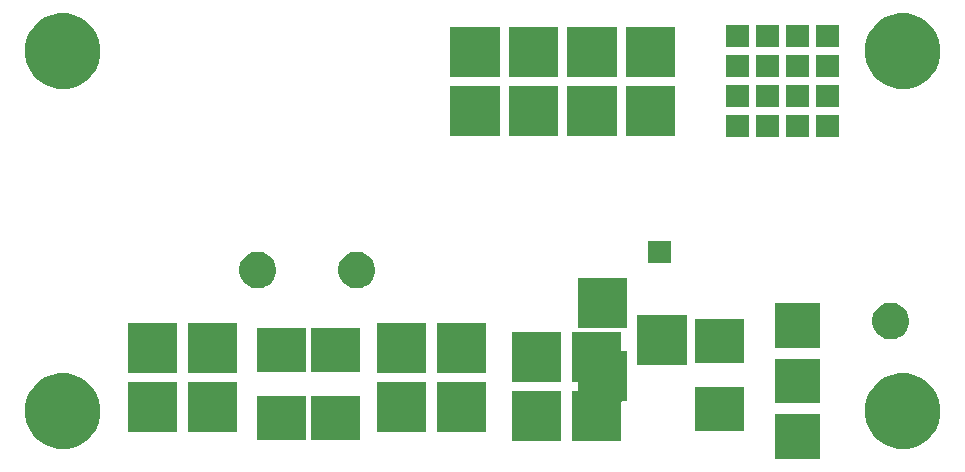
<source format=gbr>
G04 #@! TF.GenerationSoftware,KiCad,Pcbnew,(2017-02-05 revision 431abcf)-makepkg*
G04 #@! TF.CreationDate,2017-03-30T09:03:18+02:00*
G04 #@! TF.ProjectId,UNIPOWER05A,554E49504F5745523035412E6B696361,rev?*
G04 #@! TF.FileFunction,Soldermask,Top*
G04 #@! TF.FilePolarity,Negative*
%FSLAX46Y46*%
G04 Gerber Fmt 4.6, Leading zero omitted, Abs format (unit mm)*
G04 Created by KiCad (PCBNEW (2017-02-05 revision 431abcf)-makepkg) date 03/30/17 09:03:18*
%MOMM*%
%LPD*%
G01*
G04 APERTURE LIST*
%ADD10C,0.300000*%
G04 APERTURE END LIST*
D10*
G36*
X69210000Y1020000D02*
X65410000Y1020000D01*
X65410000Y4820000D01*
X69210000Y4820000D01*
X69210000Y1020000D01*
X69210000Y1020000D01*
G37*
G36*
X5416110Y8277872D02*
X6030848Y8151685D01*
X6609363Y7908500D01*
X7129631Y7557574D01*
X7571824Y7112283D01*
X7919105Y6589582D01*
X8158249Y6009378D01*
X8280004Y5394466D01*
X8280004Y5394449D01*
X8280137Y5393776D01*
X8270128Y4676993D01*
X8269977Y4676330D01*
X8269977Y4676306D01*
X8131099Y4065032D01*
X7875851Y3491739D01*
X7514107Y2978933D01*
X7059653Y2546162D01*
X6529787Y2209900D01*
X5944712Y1982964D01*
X5326688Y1873989D01*
X4699273Y1887132D01*
X4086359Y2021890D01*
X3511293Y2273129D01*
X2995980Y2631282D01*
X2560044Y3082706D01*
X2220093Y3610208D01*
X1989075Y4193693D01*
X1875790Y4810936D01*
X1884551Y5438424D01*
X2015027Y6052266D01*
X2262248Y6629075D01*
X2616795Y7146877D01*
X3065163Y7585952D01*
X3590276Y7929576D01*
X4172132Y8164661D01*
X4788571Y8282254D01*
X5416110Y8277872D01*
X5416110Y8277872D01*
G37*
G36*
X76536110Y8277872D02*
X77150848Y8151685D01*
X77729363Y7908500D01*
X78249631Y7557574D01*
X78691824Y7112283D01*
X79039105Y6589582D01*
X79278249Y6009378D01*
X79400004Y5394466D01*
X79400004Y5394449D01*
X79400137Y5393776D01*
X79390128Y4676993D01*
X79389977Y4676330D01*
X79389977Y4676306D01*
X79251099Y4065032D01*
X78995851Y3491739D01*
X78634107Y2978933D01*
X78179653Y2546162D01*
X77649787Y2209900D01*
X77064712Y1982964D01*
X76446688Y1873989D01*
X75819273Y1887132D01*
X75206359Y2021890D01*
X74631293Y2273129D01*
X74115980Y2631282D01*
X73680044Y3082706D01*
X73340093Y3610208D01*
X73109075Y4193693D01*
X72995790Y4810936D01*
X73004551Y5438424D01*
X73135027Y6052266D01*
X73382248Y6629075D01*
X73736795Y7146877D01*
X74185163Y7585952D01*
X74710276Y7929576D01*
X75292132Y8164661D01*
X75908571Y8282254D01*
X76536110Y8277872D01*
X76536110Y8277872D01*
G37*
G36*
X47317000Y2547000D02*
X43107000Y2547000D01*
X43107000Y6757000D01*
X47317000Y6757000D01*
X47317000Y2547000D01*
X47317000Y2547000D01*
G37*
G36*
X52397000Y10229000D02*
X52398921Y10209491D01*
X52404612Y10190732D01*
X52413853Y10173443D01*
X52426289Y10158289D01*
X52441443Y10145853D01*
X52458732Y10136612D01*
X52477491Y10130921D01*
X52497000Y10129000D01*
X52905000Y10129000D01*
X52905000Y5919000D01*
X52497000Y5919000D01*
X52477491Y5917079D01*
X52458732Y5911388D01*
X52441443Y5902147D01*
X52426289Y5889711D01*
X52413853Y5874557D01*
X52404612Y5857268D01*
X52398921Y5838509D01*
X52397000Y5819000D01*
X52397000Y2547000D01*
X48187000Y2547000D01*
X48187000Y6757000D01*
X48595000Y6757000D01*
X48614509Y6758921D01*
X48633268Y6764612D01*
X48650557Y6773853D01*
X48665711Y6786289D01*
X48678147Y6801443D01*
X48687388Y6818732D01*
X48693079Y6837491D01*
X48695000Y6857000D01*
X48695000Y7447000D01*
X48693079Y7466509D01*
X48687388Y7485268D01*
X48678147Y7502557D01*
X48665711Y7517711D01*
X48650557Y7530147D01*
X48633268Y7539388D01*
X48614509Y7545079D01*
X48595000Y7547000D01*
X48187000Y7547000D01*
X48187000Y11757000D01*
X52397000Y11757000D01*
X52397000Y10229000D01*
X52397000Y10229000D01*
G37*
G36*
X30299000Y2591000D02*
X26089000Y2591000D01*
X26089000Y6321000D01*
X30299000Y6321000D01*
X30299000Y2591000D01*
X30299000Y2591000D01*
G37*
G36*
X25727000Y2591000D02*
X21517000Y2591000D01*
X21517000Y6321000D01*
X25727000Y6321000D01*
X25727000Y2591000D01*
X25727000Y2591000D01*
G37*
G36*
X14805000Y3309000D02*
X10595000Y3309000D01*
X10595000Y7519000D01*
X14805000Y7519000D01*
X14805000Y3309000D01*
X14805000Y3309000D01*
G37*
G36*
X19885000Y3309000D02*
X15675000Y3309000D01*
X15675000Y7519000D01*
X19885000Y7519000D01*
X19885000Y3309000D01*
X19885000Y3309000D01*
G37*
G36*
X35887000Y3309000D02*
X31677000Y3309000D01*
X31677000Y7519000D01*
X35887000Y7519000D01*
X35887000Y3309000D01*
X35887000Y3309000D01*
G37*
G36*
X40967000Y3309000D02*
X36757000Y3309000D01*
X36757000Y7519000D01*
X40967000Y7519000D01*
X40967000Y3309000D01*
X40967000Y3309000D01*
G37*
G36*
X62811000Y3353000D02*
X58601000Y3353000D01*
X58601000Y7083000D01*
X62811000Y7083000D01*
X62811000Y3353000D01*
X62811000Y3353000D01*
G37*
G36*
X69210000Y5720000D02*
X65410000Y5720000D01*
X65410000Y9520000D01*
X69210000Y9520000D01*
X69210000Y5720000D01*
X69210000Y5720000D01*
G37*
G36*
X47317000Y7547000D02*
X43107000Y7547000D01*
X43107000Y11757000D01*
X47317000Y11757000D01*
X47317000Y7547000D01*
X47317000Y7547000D01*
G37*
G36*
X35887000Y8309000D02*
X31677000Y8309000D01*
X31677000Y12519000D01*
X35887000Y12519000D01*
X35887000Y8309000D01*
X35887000Y8309000D01*
G37*
G36*
X19885000Y8309000D02*
X15675000Y8309000D01*
X15675000Y12519000D01*
X19885000Y12519000D01*
X19885000Y8309000D01*
X19885000Y8309000D01*
G37*
G36*
X14805000Y8309000D02*
X10595000Y8309000D01*
X10595000Y12519000D01*
X14805000Y12519000D01*
X14805000Y8309000D01*
X14805000Y8309000D01*
G37*
G36*
X40967000Y8309000D02*
X36757000Y8309000D01*
X36757000Y12519000D01*
X40967000Y12519000D01*
X40967000Y8309000D01*
X40967000Y8309000D01*
G37*
G36*
X30299000Y8411000D02*
X26089000Y8411000D01*
X26089000Y12141000D01*
X30299000Y12141000D01*
X30299000Y8411000D01*
X30299000Y8411000D01*
G37*
G36*
X25727000Y8411000D02*
X21517000Y8411000D01*
X21517000Y12141000D01*
X25727000Y12141000D01*
X25727000Y8411000D01*
X25727000Y8411000D01*
G37*
G36*
X57905000Y9019000D02*
X53695000Y9019000D01*
X53695000Y13229000D01*
X57905000Y13229000D01*
X57905000Y9019000D01*
X57905000Y9019000D01*
G37*
G36*
X62811000Y9173000D02*
X58601000Y9173000D01*
X58601000Y12903000D01*
X62811000Y12903000D01*
X62811000Y9173000D01*
X62811000Y9173000D01*
G37*
G36*
X69210000Y10420000D02*
X65410000Y10420000D01*
X65410000Y14220000D01*
X69210000Y14220000D01*
X69210000Y10420000D01*
X69210000Y10420000D01*
G37*
G36*
X75346804Y14248971D02*
X75644569Y14187849D01*
X75924786Y14070057D01*
X76176793Y13900077D01*
X76390980Y13684389D01*
X76559193Y13431206D01*
X76675030Y13150165D01*
X76733934Y12852678D01*
X76733934Y12852658D01*
X76734067Y12851985D01*
X76729219Y12504793D01*
X76729067Y12504125D01*
X76729067Y12504107D01*
X76661878Y12208375D01*
X76538241Y11930680D01*
X76363025Y11682296D01*
X76142897Y11472671D01*
X75886240Y11309792D01*
X75602848Y11199871D01*
X75303489Y11147085D01*
X74999585Y11153452D01*
X74702704Y11218726D01*
X74424159Y11340418D01*
X74174550Y11513902D01*
X73963395Y11732559D01*
X73798731Y11988068D01*
X73686829Y12270697D01*
X73631958Y12569671D01*
X73636202Y12873611D01*
X73699402Y13170946D01*
X73819147Y13450332D01*
X73990884Y13701146D01*
X74208059Y13913820D01*
X74462417Y14080267D01*
X74744249Y14194135D01*
X75042839Y14251094D01*
X75346804Y14248971D01*
X75346804Y14248971D01*
G37*
G36*
X52905000Y12119000D02*
X48695000Y12119000D01*
X48695000Y16329000D01*
X52905000Y16329000D01*
X52905000Y12119000D01*
X52905000Y12119000D01*
G37*
G36*
X30134804Y18566971D02*
X30432569Y18505849D01*
X30712786Y18388057D01*
X30964793Y18218077D01*
X31178980Y18002389D01*
X31347193Y17749206D01*
X31463030Y17468165D01*
X31521934Y17170678D01*
X31521934Y17170658D01*
X31522067Y17169985D01*
X31517219Y16822793D01*
X31517067Y16822125D01*
X31517067Y16822107D01*
X31449878Y16526375D01*
X31326241Y16248680D01*
X31151025Y16000296D01*
X30930897Y15790671D01*
X30674240Y15627792D01*
X30390848Y15517871D01*
X30091489Y15465085D01*
X29787585Y15471452D01*
X29490704Y15536726D01*
X29212159Y15658418D01*
X28962550Y15831902D01*
X28751395Y16050559D01*
X28586731Y16306068D01*
X28474829Y16588697D01*
X28419958Y16887671D01*
X28424202Y17191611D01*
X28487402Y17488946D01*
X28607147Y17768332D01*
X28778884Y18019146D01*
X28996059Y18231820D01*
X29250417Y18398267D01*
X29532249Y18512135D01*
X29830839Y18569094D01*
X30134804Y18566971D01*
X30134804Y18566971D01*
G37*
G36*
X21752804Y18566971D02*
X22050569Y18505849D01*
X22330786Y18388057D01*
X22582793Y18218077D01*
X22796980Y18002389D01*
X22965193Y17749206D01*
X23081030Y17468165D01*
X23139934Y17170678D01*
X23139934Y17170658D01*
X23140067Y17169985D01*
X23135219Y16822793D01*
X23135067Y16822125D01*
X23135067Y16822107D01*
X23067878Y16526375D01*
X22944241Y16248680D01*
X22769025Y16000296D01*
X22548897Y15790671D01*
X22292240Y15627792D01*
X22008848Y15517871D01*
X21709489Y15465085D01*
X21405585Y15471452D01*
X21108704Y15536726D01*
X20830159Y15658418D01*
X20580550Y15831902D01*
X20369395Y16050559D01*
X20204731Y16306068D01*
X20092829Y16588697D01*
X20037958Y16887671D01*
X20042202Y17191611D01*
X20105402Y17488946D01*
X20225147Y17768332D01*
X20396884Y18019146D01*
X20614059Y18231820D01*
X20868417Y18398267D01*
X21150249Y18512135D01*
X21448839Y18569094D01*
X21752804Y18566971D01*
X21752804Y18566971D01*
G37*
G36*
X56588000Y17580000D02*
X54664000Y17580000D01*
X54664000Y19504000D01*
X56588000Y19504000D01*
X56588000Y17580000D01*
X56588000Y17580000D01*
G37*
G36*
X70812000Y28248000D02*
X68888000Y28248000D01*
X68888000Y30172000D01*
X70812000Y30172000D01*
X70812000Y28248000D01*
X70812000Y28248000D01*
G37*
G36*
X65732000Y28248000D02*
X63808000Y28248000D01*
X63808000Y30172000D01*
X65732000Y30172000D01*
X65732000Y28248000D01*
X65732000Y28248000D01*
G37*
G36*
X63192000Y28248000D02*
X61268000Y28248000D01*
X61268000Y30172000D01*
X63192000Y30172000D01*
X63192000Y28248000D01*
X63192000Y28248000D01*
G37*
G36*
X68272000Y28248000D02*
X66348000Y28248000D01*
X66348000Y30172000D01*
X68272000Y30172000D01*
X68272000Y28248000D01*
X68272000Y28248000D01*
G37*
G36*
X56969000Y28375000D02*
X52759000Y28375000D01*
X52759000Y32585000D01*
X56969000Y32585000D01*
X56969000Y28375000D01*
X56969000Y28375000D01*
G37*
G36*
X42110000Y28375000D02*
X37900000Y28375000D01*
X37900000Y32585000D01*
X42110000Y32585000D01*
X42110000Y28375000D01*
X42110000Y28375000D01*
G37*
G36*
X52016000Y28375000D02*
X47806000Y28375000D01*
X47806000Y32585000D01*
X52016000Y32585000D01*
X52016000Y28375000D01*
X52016000Y28375000D01*
G37*
G36*
X47063000Y28375000D02*
X42853000Y28375000D01*
X42853000Y32585000D01*
X47063000Y32585000D01*
X47063000Y28375000D01*
X47063000Y28375000D01*
G37*
G36*
X68272000Y30788000D02*
X66348000Y30788000D01*
X66348000Y32712000D01*
X68272000Y32712000D01*
X68272000Y30788000D01*
X68272000Y30788000D01*
G37*
G36*
X70812000Y30788000D02*
X68888000Y30788000D01*
X68888000Y32712000D01*
X70812000Y32712000D01*
X70812000Y30788000D01*
X70812000Y30788000D01*
G37*
G36*
X63192000Y30788000D02*
X61268000Y30788000D01*
X61268000Y32712000D01*
X63192000Y32712000D01*
X63192000Y30788000D01*
X63192000Y30788000D01*
G37*
G36*
X65732000Y30788000D02*
X63808000Y30788000D01*
X63808000Y32712000D01*
X65732000Y32712000D01*
X65732000Y30788000D01*
X65732000Y30788000D01*
G37*
G36*
X76536110Y38757872D02*
X77150848Y38631685D01*
X77729363Y38388500D01*
X78249631Y38037574D01*
X78691824Y37592283D01*
X79039105Y37069582D01*
X79278249Y36489378D01*
X79400004Y35874466D01*
X79400004Y35874449D01*
X79400137Y35873776D01*
X79390128Y35156993D01*
X79389977Y35156330D01*
X79389977Y35156306D01*
X79251099Y34545032D01*
X78995851Y33971739D01*
X78634107Y33458933D01*
X78179653Y33026162D01*
X77649787Y32689900D01*
X77064712Y32462964D01*
X76446688Y32353989D01*
X75819273Y32367132D01*
X75206359Y32501890D01*
X74631293Y32753129D01*
X74115980Y33111282D01*
X73680044Y33562706D01*
X73340093Y34090208D01*
X73109075Y34673693D01*
X72995790Y35290936D01*
X73004551Y35918424D01*
X73135027Y36532266D01*
X73382248Y37109075D01*
X73736795Y37626877D01*
X74185163Y38065952D01*
X74710276Y38409576D01*
X75292132Y38644661D01*
X75908571Y38762254D01*
X76536110Y38757872D01*
X76536110Y38757872D01*
G37*
G36*
X5416110Y38757872D02*
X6030848Y38631685D01*
X6609363Y38388500D01*
X7129631Y38037574D01*
X7571824Y37592283D01*
X7919105Y37069582D01*
X8158249Y36489378D01*
X8280004Y35874466D01*
X8280004Y35874449D01*
X8280137Y35873776D01*
X8270128Y35156993D01*
X8269977Y35156330D01*
X8269977Y35156306D01*
X8131099Y34545032D01*
X7875851Y33971739D01*
X7514107Y33458933D01*
X7059653Y33026162D01*
X6529787Y32689900D01*
X5944712Y32462964D01*
X5326688Y32353989D01*
X4699273Y32367132D01*
X4086359Y32501890D01*
X3511293Y32753129D01*
X2995980Y33111282D01*
X2560044Y33562706D01*
X2220093Y34090208D01*
X1989075Y34673693D01*
X1875790Y35290936D01*
X1884551Y35918424D01*
X2015027Y36532266D01*
X2262248Y37109075D01*
X2616795Y37626877D01*
X3065163Y38065952D01*
X3590276Y38409576D01*
X4172132Y38644661D01*
X4788571Y38762254D01*
X5416110Y38757872D01*
X5416110Y38757872D01*
G37*
G36*
X68272000Y33328000D02*
X66348000Y33328000D01*
X66348000Y35252000D01*
X68272000Y35252000D01*
X68272000Y33328000D01*
X68272000Y33328000D01*
G37*
G36*
X70812000Y33328000D02*
X68888000Y33328000D01*
X68888000Y35252000D01*
X70812000Y35252000D01*
X70812000Y33328000D01*
X70812000Y33328000D01*
G37*
G36*
X65732000Y33328000D02*
X63808000Y33328000D01*
X63808000Y35252000D01*
X65732000Y35252000D01*
X65732000Y33328000D01*
X65732000Y33328000D01*
G37*
G36*
X63192000Y33328000D02*
X61268000Y33328000D01*
X61268000Y35252000D01*
X63192000Y35252000D01*
X63192000Y33328000D01*
X63192000Y33328000D01*
G37*
G36*
X56969000Y33375000D02*
X52759000Y33375000D01*
X52759000Y37585000D01*
X56969000Y37585000D01*
X56969000Y33375000D01*
X56969000Y33375000D01*
G37*
G36*
X42110000Y33375000D02*
X37900000Y33375000D01*
X37900000Y37585000D01*
X42110000Y37585000D01*
X42110000Y33375000D01*
X42110000Y33375000D01*
G37*
G36*
X52016000Y33375000D02*
X47806000Y33375000D01*
X47806000Y37585000D01*
X52016000Y37585000D01*
X52016000Y33375000D01*
X52016000Y33375000D01*
G37*
G36*
X47063000Y33375000D02*
X42853000Y33375000D01*
X42853000Y37585000D01*
X47063000Y37585000D01*
X47063000Y33375000D01*
X47063000Y33375000D01*
G37*
G36*
X65732000Y35868000D02*
X63808000Y35868000D01*
X63808000Y37792000D01*
X65732000Y37792000D01*
X65732000Y35868000D01*
X65732000Y35868000D01*
G37*
G36*
X68272000Y35868000D02*
X66348000Y35868000D01*
X66348000Y37792000D01*
X68272000Y37792000D01*
X68272000Y35868000D01*
X68272000Y35868000D01*
G37*
G36*
X70812000Y35868000D02*
X68888000Y35868000D01*
X68888000Y37792000D01*
X70812000Y37792000D01*
X70812000Y35868000D01*
X70812000Y35868000D01*
G37*
G36*
X63192000Y35868000D02*
X61268000Y35868000D01*
X61268000Y37792000D01*
X63192000Y37792000D01*
X63192000Y35868000D01*
X63192000Y35868000D01*
G37*
M02*

</source>
